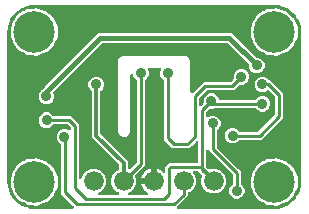
<source format=gbr>
G04 EAGLE Gerber RS-274X export*
G75*
%MOMM*%
%FSLAX34Y34*%
%LPD*%
%INBottom Copper*%
%IPPOS*%
%AMOC8*
5,1,8,0,0,1.08239X$1,22.5*%
G01*
%ADD10C,3.516000*%
%ADD11C,1.676400*%
%ADD12C,0.906400*%
%ADD13C,0.254000*%
%ADD14C,0.304800*%
%ADD15C,0.889000*%
%ADD16C,0.406400*%

G36*
X57807Y2558D02*
X57807Y2558D01*
X57946Y2571D01*
X57965Y2578D01*
X57985Y2581D01*
X58114Y2632D01*
X58245Y2679D01*
X58262Y2690D01*
X58280Y2698D01*
X58393Y2779D01*
X58508Y2857D01*
X58521Y2873D01*
X58538Y2884D01*
X58627Y2992D01*
X58719Y3096D01*
X58728Y3114D01*
X58741Y3129D01*
X58800Y3255D01*
X58863Y3379D01*
X58868Y3399D01*
X58876Y3417D01*
X58902Y3554D01*
X58933Y3689D01*
X58932Y3710D01*
X58936Y3729D01*
X58927Y3868D01*
X58923Y4007D01*
X58917Y4027D01*
X58916Y4047D01*
X58873Y4179D01*
X58835Y4313D01*
X58824Y4330D01*
X58818Y4349D01*
X58744Y4467D01*
X58673Y4587D01*
X58655Y4608D01*
X58648Y4618D01*
X58633Y4632D01*
X58567Y4708D01*
X57921Y5354D01*
X48005Y15269D01*
X48005Y56704D01*
X48002Y56733D01*
X48004Y56763D01*
X47982Y56891D01*
X47965Y57019D01*
X47955Y57047D01*
X47950Y57076D01*
X47896Y57195D01*
X47848Y57315D01*
X47831Y57339D01*
X47819Y57366D01*
X47738Y57467D01*
X47662Y57572D01*
X47639Y57591D01*
X47620Y57614D01*
X47517Y57692D01*
X47417Y57775D01*
X47390Y57788D01*
X47366Y57806D01*
X47222Y57877D01*
X47081Y57935D01*
X45235Y59781D01*
X44235Y62194D01*
X44235Y64806D01*
X45235Y67219D01*
X47081Y69065D01*
X49494Y70065D01*
X52106Y70065D01*
X54632Y69018D01*
X54680Y69005D01*
X54725Y68984D01*
X54833Y68963D01*
X54939Y68934D01*
X54989Y68933D01*
X55038Y68924D01*
X55147Y68931D01*
X55257Y68929D01*
X55305Y68941D01*
X55355Y68944D01*
X55459Y68978D01*
X55566Y69003D01*
X55610Y69027D01*
X55657Y69042D01*
X55750Y69101D01*
X55847Y69152D01*
X55884Y69185D01*
X55926Y69212D01*
X56001Y69292D01*
X56083Y69366D01*
X56110Y69407D01*
X56144Y69444D01*
X56197Y69540D01*
X56257Y69632D01*
X56274Y69679D01*
X56298Y69722D01*
X56325Y69828D01*
X56361Y69933D01*
X56365Y69982D01*
X56377Y70030D01*
X56387Y70191D01*
X56387Y71131D01*
X56375Y71229D01*
X56372Y71328D01*
X56355Y71387D01*
X56347Y71447D01*
X56311Y71539D01*
X56283Y71634D01*
X56253Y71686D01*
X56230Y71742D01*
X56172Y71822D01*
X56122Y71908D01*
X56056Y71983D01*
X56044Y72000D01*
X56034Y72008D01*
X56016Y72029D01*
X54023Y74022D01*
X53944Y74082D01*
X53872Y74150D01*
X53819Y74179D01*
X53771Y74217D01*
X53680Y74256D01*
X53594Y74304D01*
X53535Y74319D01*
X53480Y74343D01*
X53382Y74358D01*
X53286Y74383D01*
X53186Y74389D01*
X53165Y74393D01*
X53153Y74392D01*
X53125Y74393D01*
X42293Y74393D01*
X42195Y74381D01*
X42096Y74378D01*
X42038Y74361D01*
X41977Y74353D01*
X41885Y74317D01*
X41790Y74290D01*
X41738Y74259D01*
X41682Y74236D01*
X41602Y74178D01*
X41516Y74128D01*
X41441Y74062D01*
X41424Y74050D01*
X41417Y74040D01*
X41396Y74022D01*
X39505Y72131D01*
X37092Y71131D01*
X34480Y71131D01*
X32067Y72131D01*
X30221Y73977D01*
X29221Y76390D01*
X29221Y79002D01*
X30221Y81415D01*
X32067Y83261D01*
X34480Y84261D01*
X37092Y84261D01*
X39505Y83261D01*
X41396Y81371D01*
X41474Y81310D01*
X41546Y81242D01*
X41599Y81213D01*
X41647Y81176D01*
X41738Y81136D01*
X41824Y81088D01*
X41883Y81073D01*
X41939Y81049D01*
X42037Y81034D01*
X42132Y81009D01*
X42232Y81003D01*
X42253Y80999D01*
X42265Y81001D01*
X42293Y80999D01*
X56387Y80999D01*
X62993Y74393D01*
X62993Y29279D01*
X63001Y29210D01*
X63000Y29140D01*
X63021Y29052D01*
X63033Y28963D01*
X63058Y28898D01*
X63075Y28831D01*
X63117Y28751D01*
X63150Y28668D01*
X63191Y28611D01*
X63223Y28549D01*
X63284Y28483D01*
X63336Y28410D01*
X63390Y28366D01*
X63437Y28314D01*
X63512Y28265D01*
X63581Y28207D01*
X63645Y28178D01*
X63703Y28139D01*
X63788Y28110D01*
X63869Y28072D01*
X63938Y28059D01*
X64004Y28036D01*
X64093Y28029D01*
X64181Y28012D01*
X64251Y28016D01*
X64321Y28011D01*
X64409Y28026D01*
X64499Y28032D01*
X64565Y28053D01*
X64634Y28065D01*
X64716Y28102D01*
X64801Y28130D01*
X64860Y28167D01*
X64924Y28196D01*
X64994Y28252D01*
X65070Y28300D01*
X65118Y28351D01*
X65172Y28394D01*
X65227Y28466D01*
X65288Y28532D01*
X65322Y28593D01*
X65364Y28649D01*
X65435Y28793D01*
X66736Y31934D01*
X69666Y34864D01*
X73493Y36450D01*
X77637Y36450D01*
X81464Y34864D01*
X84394Y31934D01*
X85980Y28107D01*
X85980Y23963D01*
X84394Y20136D01*
X81464Y17206D01*
X80163Y16667D01*
X80102Y16632D01*
X80037Y16606D01*
X79965Y16554D01*
X79886Y16509D01*
X79836Y16461D01*
X79780Y16420D01*
X79723Y16350D01*
X79658Y16288D01*
X79622Y16228D01*
X79577Y16175D01*
X79539Y16093D01*
X79492Y16017D01*
X79471Y15950D01*
X79442Y15887D01*
X79425Y15799D01*
X79398Y15713D01*
X79395Y15643D01*
X79382Y15574D01*
X79387Y15485D01*
X79383Y15395D01*
X79397Y15327D01*
X79401Y15257D01*
X79429Y15172D01*
X79447Y15084D01*
X79478Y15021D01*
X79500Y14955D01*
X79548Y14879D01*
X79587Y14798D01*
X79632Y14745D01*
X79670Y14686D01*
X79735Y14624D01*
X79793Y14556D01*
X79850Y14516D01*
X79901Y14468D01*
X79980Y14425D01*
X80053Y14373D01*
X80119Y14348D01*
X80180Y14314D01*
X80267Y14292D01*
X80351Y14260D01*
X80420Y14252D01*
X80488Y14235D01*
X80648Y14225D01*
X95882Y14225D01*
X95951Y14233D01*
X96021Y14232D01*
X96108Y14253D01*
X96197Y14265D01*
X96262Y14290D01*
X96330Y14307D01*
X96409Y14349D01*
X96493Y14382D01*
X96549Y14423D01*
X96611Y14455D01*
X96678Y14516D01*
X96750Y14568D01*
X96795Y14622D01*
X96846Y14669D01*
X96896Y14744D01*
X96953Y14813D01*
X96983Y14877D01*
X97021Y14935D01*
X97050Y15020D01*
X97088Y15101D01*
X97102Y15170D01*
X97124Y15236D01*
X97131Y15325D01*
X97148Y15413D01*
X97144Y15483D01*
X97149Y15553D01*
X97134Y15641D01*
X97129Y15731D01*
X97107Y15797D01*
X97095Y15866D01*
X97058Y15948D01*
X97030Y16033D01*
X96993Y16092D01*
X96964Y16156D01*
X96908Y16226D01*
X96860Y16302D01*
X96809Y16350D01*
X96766Y16404D01*
X96694Y16459D01*
X96629Y16520D01*
X96568Y16554D01*
X96512Y16596D01*
X96367Y16667D01*
X95066Y17206D01*
X92136Y20136D01*
X90550Y23963D01*
X90550Y28107D01*
X92136Y31934D01*
X95066Y34864D01*
X96625Y35510D01*
X96650Y35525D01*
X96678Y35534D01*
X96788Y35603D01*
X96901Y35668D01*
X96922Y35688D01*
X96947Y35704D01*
X97036Y35799D01*
X97129Y35889D01*
X97145Y35914D01*
X97165Y35936D01*
X97228Y36049D01*
X97296Y36160D01*
X97304Y36188D01*
X97319Y36214D01*
X97351Y36340D01*
X97389Y36464D01*
X97391Y36493D01*
X97398Y36522D01*
X97408Y36683D01*
X97408Y39276D01*
X97396Y39374D01*
X97393Y39473D01*
X97376Y39531D01*
X97368Y39592D01*
X97332Y39684D01*
X97304Y39779D01*
X97274Y39831D01*
X97251Y39887D01*
X97193Y39967D01*
X97143Y40053D01*
X97077Y40128D01*
X97065Y40145D01*
X97055Y40152D01*
X97037Y40174D01*
X74099Y63111D01*
X74099Y101697D01*
X74087Y101795D01*
X74084Y101894D01*
X74067Y101952D01*
X74059Y102013D01*
X74023Y102105D01*
X73995Y102200D01*
X73965Y102252D01*
X73942Y102308D01*
X73884Y102388D01*
X73834Y102474D01*
X73768Y102549D01*
X73756Y102566D01*
X73746Y102573D01*
X73728Y102595D01*
X72091Y104231D01*
X71091Y106644D01*
X71091Y109256D01*
X72091Y111669D01*
X73937Y113515D01*
X76350Y114515D01*
X78962Y114515D01*
X81375Y113515D01*
X83221Y111669D01*
X84221Y109256D01*
X84221Y106644D01*
X83221Y104231D01*
X81584Y102595D01*
X81524Y102516D01*
X81456Y102444D01*
X81427Y102391D01*
X81390Y102343D01*
X81350Y102252D01*
X81302Y102166D01*
X81287Y102107D01*
X81263Y102051D01*
X81248Y101953D01*
X81223Y101858D01*
X81217Y101758D01*
X81213Y101737D01*
X81215Y101725D01*
X81213Y101697D01*
X81213Y66583D01*
X81225Y66485D01*
X81228Y66386D01*
X81245Y66328D01*
X81253Y66267D01*
X81289Y66175D01*
X81317Y66080D01*
X81347Y66028D01*
X81370Y65972D01*
X81428Y65892D01*
X81478Y65806D01*
X81544Y65731D01*
X81556Y65714D01*
X81566Y65707D01*
X81584Y65685D01*
X104522Y42748D01*
X104522Y37327D01*
X104539Y37189D01*
X104552Y37050D01*
X104559Y37031D01*
X104562Y37011D01*
X104613Y36882D01*
X104660Y36751D01*
X104671Y36734D01*
X104679Y36716D01*
X104760Y36603D01*
X104838Y36488D01*
X104854Y36475D01*
X104865Y36458D01*
X104973Y36369D01*
X105077Y36277D01*
X105095Y36268D01*
X105110Y36255D01*
X105236Y36196D01*
X105360Y36133D01*
X105380Y36128D01*
X105398Y36120D01*
X105534Y36094D01*
X105670Y36063D01*
X105691Y36064D01*
X105710Y36060D01*
X105849Y36069D01*
X105988Y36073D01*
X106008Y36079D01*
X106028Y36080D01*
X106160Y36123D01*
X106294Y36161D01*
X106311Y36172D01*
X106330Y36178D01*
X106448Y36252D01*
X106568Y36323D01*
X106589Y36341D01*
X106599Y36348D01*
X106613Y36363D01*
X106688Y36429D01*
X111896Y41636D01*
X111956Y41715D01*
X112024Y41787D01*
X112053Y41840D01*
X112090Y41888D01*
X112130Y41979D01*
X112178Y42065D01*
X112193Y42124D01*
X112217Y42179D01*
X112232Y42277D01*
X112257Y42373D01*
X112263Y42473D01*
X112267Y42494D01*
X112265Y42506D01*
X112267Y42534D01*
X112267Y110881D01*
X112255Y110979D01*
X112252Y111078D01*
X112235Y111136D01*
X112227Y111197D01*
X112191Y111289D01*
X112163Y111384D01*
X112133Y111436D01*
X112110Y111492D01*
X112052Y111572D01*
X112002Y111658D01*
X111936Y111733D01*
X111924Y111750D01*
X111914Y111757D01*
X111896Y111779D01*
X110005Y113669D01*
X109123Y115799D01*
X109088Y115860D01*
X109062Y115924D01*
X109010Y115997D01*
X108965Y116075D01*
X108916Y116125D01*
X108876Y116182D01*
X108806Y116239D01*
X108744Y116304D01*
X108684Y116340D01*
X108631Y116385D01*
X108549Y116423D01*
X108473Y116470D01*
X108406Y116490D01*
X108343Y116520D01*
X108255Y116537D01*
X108169Y116563D01*
X108099Y116567D01*
X108030Y116580D01*
X107941Y116574D01*
X107851Y116579D01*
X107783Y116564D01*
X107713Y116560D01*
X107628Y116532D01*
X107540Y116514D01*
X107477Y116484D01*
X107411Y116462D01*
X107335Y116414D01*
X107254Y116375D01*
X107201Y116329D01*
X107142Y116292D01*
X107080Y116227D01*
X107012Y116168D01*
X106972Y116111D01*
X106924Y116060D01*
X106881Y115982D01*
X106829Y115908D01*
X106804Y115843D01*
X106770Y115782D01*
X106748Y115695D01*
X106716Y115611D01*
X106708Y115541D01*
X106691Y115474D01*
X106681Y115313D01*
X106681Y67569D01*
X105907Y65702D01*
X104478Y64273D01*
X102611Y63499D01*
X100589Y63499D01*
X98722Y64273D01*
X97293Y65702D01*
X96519Y67569D01*
X96519Y128011D01*
X97293Y129878D01*
X98722Y131307D01*
X100589Y132081D01*
X153411Y132081D01*
X155278Y131307D01*
X156707Y129878D01*
X157481Y128011D01*
X157481Y101716D01*
X157498Y101578D01*
X157511Y101439D01*
X157518Y101420D01*
X157521Y101400D01*
X157572Y101271D01*
X157619Y101140D01*
X157630Y101123D01*
X157638Y101105D01*
X157719Y100992D01*
X157797Y100877D01*
X157813Y100864D01*
X157824Y100847D01*
X157932Y100758D01*
X158036Y100666D01*
X158054Y100657D01*
X158069Y100644D01*
X158195Y100585D01*
X158319Y100522D01*
X158339Y100517D01*
X158357Y100509D01*
X158493Y100483D01*
X158629Y100452D01*
X158650Y100453D01*
X158669Y100449D01*
X158808Y100458D01*
X158947Y100462D01*
X158967Y100468D01*
X158987Y100469D01*
X159119Y100512D01*
X159253Y100550D01*
X159270Y100561D01*
X159289Y100567D01*
X159407Y100641D01*
X159527Y100712D01*
X159548Y100730D01*
X159558Y100737D01*
X159572Y100752D01*
X159647Y100818D01*
X166506Y107676D01*
X168812Y109983D01*
X191146Y109983D01*
X191244Y109995D01*
X191343Y109998D01*
X191402Y110015D01*
X191462Y110023D01*
X191554Y110059D01*
X191649Y110087D01*
X191701Y110117D01*
X191757Y110140D01*
X191837Y110198D01*
X191923Y110248D01*
X191998Y110314D01*
X192015Y110326D01*
X192023Y110336D01*
X192044Y110354D01*
X193724Y112034D01*
X193784Y112113D01*
X193852Y112185D01*
X193881Y112238D01*
X193918Y112286D01*
X193958Y112377D01*
X194006Y112463D01*
X194021Y112522D01*
X194045Y112577D01*
X194060Y112675D01*
X194085Y112771D01*
X194091Y112871D01*
X194095Y112892D01*
X194093Y112904D01*
X194095Y112932D01*
X194095Y115606D01*
X195095Y118019D01*
X196941Y119865D01*
X199354Y120865D01*
X201966Y120865D01*
X204379Y119865D01*
X206225Y118019D01*
X207225Y115606D01*
X207225Y112994D01*
X206225Y110581D01*
X204379Y108735D01*
X201966Y107735D01*
X199292Y107735D01*
X199194Y107723D01*
X199095Y107720D01*
X199036Y107703D01*
X198976Y107695D01*
X198884Y107659D01*
X198789Y107631D01*
X198737Y107601D01*
X198681Y107578D01*
X198601Y107520D01*
X198515Y107470D01*
X198440Y107404D01*
X198423Y107392D01*
X198415Y107382D01*
X198394Y107364D01*
X194408Y103377D01*
X172074Y103377D01*
X171976Y103365D01*
X171877Y103362D01*
X171818Y103345D01*
X171758Y103337D01*
X171666Y103301D01*
X171571Y103273D01*
X171519Y103243D01*
X171463Y103220D01*
X171383Y103162D01*
X171297Y103112D01*
X171222Y103046D01*
X171205Y103034D01*
X171197Y103024D01*
X171176Y103006D01*
X164964Y96794D01*
X164904Y96715D01*
X164836Y96643D01*
X164807Y96590D01*
X164770Y96542D01*
X164730Y96451D01*
X164682Y96365D01*
X164667Y96306D01*
X164643Y96251D01*
X164628Y96153D01*
X164603Y96057D01*
X164597Y95957D01*
X164593Y95936D01*
X164595Y95924D01*
X164593Y95896D01*
X164593Y90858D01*
X164610Y90720D01*
X164623Y90581D01*
X164630Y90562D01*
X164633Y90542D01*
X164684Y90413D01*
X164731Y90282D01*
X164742Y90265D01*
X164750Y90247D01*
X164831Y90134D01*
X164909Y90019D01*
X164925Y90006D01*
X164936Y89989D01*
X165044Y89900D01*
X165148Y89808D01*
X165166Y89799D01*
X165181Y89786D01*
X165307Y89727D01*
X165431Y89664D01*
X165451Y89659D01*
X165469Y89651D01*
X165605Y89625D01*
X165741Y89594D01*
X165762Y89595D01*
X165781Y89591D01*
X165920Y89600D01*
X166059Y89604D01*
X166079Y89610D01*
X166099Y89611D01*
X166231Y89654D01*
X166365Y89692D01*
X166382Y89703D01*
X166401Y89709D01*
X166519Y89783D01*
X166639Y89854D01*
X166660Y89872D01*
X166670Y89879D01*
X166684Y89894D01*
X166759Y89960D01*
X168324Y91524D01*
X168384Y91603D01*
X168452Y91675D01*
X168481Y91728D01*
X168518Y91776D01*
X168558Y91867D01*
X168606Y91953D01*
X168621Y92012D01*
X168645Y92067D01*
X168660Y92165D01*
X168685Y92261D01*
X168691Y92361D01*
X168695Y92381D01*
X168693Y92394D01*
X168695Y92422D01*
X168695Y95096D01*
X169695Y97509D01*
X171541Y99355D01*
X173954Y100355D01*
X176566Y100355D01*
X178979Y99355D01*
X180825Y97509D01*
X181646Y95526D01*
X181661Y95501D01*
X181670Y95473D01*
X181740Y95363D01*
X181804Y95250D01*
X181824Y95229D01*
X181840Y95204D01*
X181935Y95115D01*
X182025Y95022D01*
X182050Y95006D01*
X182072Y94986D01*
X182186Y94923D01*
X182296Y94855D01*
X182325Y94847D01*
X182350Y94832D01*
X182476Y94800D01*
X182600Y94762D01*
X182630Y94760D01*
X182658Y94753D01*
X182819Y94743D01*
X211933Y94743D01*
X212031Y94755D01*
X212130Y94758D01*
X212188Y94775D01*
X212249Y94783D01*
X212341Y94819D01*
X212436Y94847D01*
X212488Y94877D01*
X212544Y94900D01*
X212624Y94958D01*
X212710Y95008D01*
X212785Y95074D01*
X212802Y95086D01*
X212809Y95096D01*
X212831Y95114D01*
X214721Y97005D01*
X217134Y98005D01*
X219746Y98005D01*
X222159Y97005D01*
X224005Y95159D01*
X225005Y92746D01*
X225005Y90134D01*
X224005Y87721D01*
X222159Y85875D01*
X219746Y84875D01*
X217134Y84875D01*
X214721Y85875D01*
X212831Y87766D01*
X212752Y87826D01*
X212680Y87894D01*
X212627Y87923D01*
X212579Y87960D01*
X212488Y88000D01*
X212402Y88048D01*
X212343Y88063D01*
X212287Y88087D01*
X212189Y88102D01*
X212094Y88127D01*
X211994Y88133D01*
X211973Y88137D01*
X211961Y88135D01*
X211933Y88137D01*
X179020Y88137D01*
X179011Y88136D01*
X179002Y88137D01*
X178853Y88116D01*
X178705Y88097D01*
X178696Y88094D01*
X178687Y88093D01*
X178534Y88041D01*
X176566Y87225D01*
X173892Y87225D01*
X173794Y87213D01*
X173695Y87210D01*
X173636Y87193D01*
X173576Y87185D01*
X173484Y87149D01*
X173389Y87121D01*
X173337Y87091D01*
X173281Y87068D01*
X173200Y87010D01*
X173115Y86960D01*
X173040Y86894D01*
X173023Y86882D01*
X173015Y86872D01*
X172994Y86854D01*
X171124Y84984D01*
X171064Y84905D01*
X170996Y84833D01*
X170967Y84780D01*
X170930Y84732D01*
X170890Y84641D01*
X170842Y84555D01*
X170827Y84496D01*
X170803Y84441D01*
X170788Y84343D01*
X170763Y84247D01*
X170757Y84147D01*
X170753Y84126D01*
X170755Y84114D01*
X170753Y84086D01*
X170753Y81501D01*
X170770Y81363D01*
X170783Y81224D01*
X170790Y81205D01*
X170793Y81185D01*
X170844Y81056D01*
X170891Y80925D01*
X170902Y80908D01*
X170910Y80890D01*
X170991Y80777D01*
X171070Y80662D01*
X171085Y80649D01*
X171096Y80632D01*
X171204Y80544D01*
X171308Y80451D01*
X171326Y80442D01*
X171341Y80430D01*
X171467Y80370D01*
X171591Y80307D01*
X171611Y80303D01*
X171629Y80294D01*
X171765Y80268D01*
X171902Y80237D01*
X171922Y80238D01*
X171941Y80234D01*
X172080Y80243D01*
X172219Y80247D01*
X172239Y80253D01*
X172259Y80254D01*
X172391Y80297D01*
X172525Y80336D01*
X172542Y80346D01*
X172561Y80352D01*
X172679Y80426D01*
X172759Y80474D01*
X175224Y81495D01*
X177836Y81495D01*
X180249Y80495D01*
X182095Y78649D01*
X183095Y76236D01*
X183095Y73624D01*
X182095Y71211D01*
X180204Y69321D01*
X180144Y69242D01*
X180076Y69170D01*
X180047Y69117D01*
X180010Y69069D01*
X179970Y68978D01*
X179922Y68892D01*
X179907Y68833D01*
X179883Y68777D01*
X179868Y68679D01*
X179843Y68584D01*
X179837Y68484D01*
X179833Y68463D01*
X179835Y68451D01*
X179833Y68423D01*
X179833Y55234D01*
X179845Y55136D01*
X179848Y55037D01*
X179865Y54978D01*
X179873Y54918D01*
X179909Y54826D01*
X179937Y54731D01*
X179967Y54679D01*
X179990Y54623D01*
X180048Y54543D01*
X180098Y54457D01*
X180164Y54382D01*
X180176Y54365D01*
X180186Y54357D01*
X180204Y54336D01*
X197846Y36694D01*
X200153Y34388D01*
X200153Y24164D01*
X200165Y24066D01*
X200168Y23967D01*
X200185Y23908D01*
X200193Y23848D01*
X200229Y23756D01*
X200257Y23661D01*
X200287Y23609D01*
X200310Y23553D01*
X200368Y23472D01*
X200418Y23387D01*
X200484Y23312D01*
X200496Y23295D01*
X200506Y23288D01*
X200524Y23266D01*
X202342Y21449D01*
X203328Y19069D01*
X203328Y16491D01*
X202342Y14111D01*
X200519Y12288D01*
X198139Y11302D01*
X195561Y11302D01*
X193181Y12288D01*
X191358Y14111D01*
X190372Y16491D01*
X190372Y19069D01*
X191358Y21449D01*
X193176Y23266D01*
X193236Y23345D01*
X193304Y23417D01*
X193333Y23470D01*
X193370Y23518D01*
X193410Y23609D01*
X193458Y23695D01*
X193473Y23754D01*
X193497Y23810D01*
X193512Y23907D01*
X193537Y24003D01*
X193543Y24103D01*
X193547Y24124D01*
X193545Y24136D01*
X193547Y24164D01*
X193547Y31126D01*
X193535Y31224D01*
X193532Y31323D01*
X193515Y31382D01*
X193507Y31442D01*
X193471Y31534D01*
X193443Y31629D01*
X193413Y31681D01*
X193390Y31737D01*
X193332Y31817D01*
X193282Y31903D01*
X193216Y31978D01*
X193204Y31995D01*
X193194Y32003D01*
X193176Y32024D01*
X175534Y49666D01*
X172919Y52280D01*
X172810Y52365D01*
X172703Y52454D01*
X172684Y52462D01*
X172668Y52475D01*
X172540Y52530D01*
X172415Y52589D01*
X172395Y52593D01*
X172376Y52601D01*
X172238Y52623D01*
X172102Y52649D01*
X172082Y52648D01*
X172062Y52651D01*
X171923Y52638D01*
X171785Y52629D01*
X171766Y52623D01*
X171746Y52621D01*
X171614Y52574D01*
X171483Y52531D01*
X171465Y52520D01*
X171446Y52513D01*
X171331Y52435D01*
X171214Y52361D01*
X171200Y52346D01*
X171183Y52335D01*
X171091Y52231D01*
X170996Y52129D01*
X170986Y52112D01*
X170973Y52096D01*
X170909Y51972D01*
X170842Y51851D01*
X170837Y51831D01*
X170828Y51813D01*
X170798Y51677D01*
X170763Y51543D01*
X170761Y51515D01*
X170758Y51503D01*
X170759Y51482D01*
X170753Y51382D01*
X170753Y38914D01*
X170765Y38816D01*
X170768Y38717D01*
X170785Y38658D01*
X170793Y38598D01*
X170829Y38506D01*
X170857Y38411D01*
X170887Y38359D01*
X170910Y38303D01*
X170968Y38223D01*
X171018Y38137D01*
X171084Y38062D01*
X171096Y38045D01*
X171106Y38037D01*
X171124Y38016D01*
X172795Y36346D01*
X172818Y36328D01*
X172837Y36305D01*
X172944Y36231D01*
X173046Y36151D01*
X173073Y36139D01*
X173097Y36122D01*
X173219Y36076D01*
X173338Y36025D01*
X173367Y36020D01*
X173395Y36009D01*
X173524Y35995D01*
X173652Y35975D01*
X173682Y35977D01*
X173711Y35974D01*
X173839Y35992D01*
X173969Y36004D01*
X173997Y36014D01*
X174026Y36019D01*
X174178Y36071D01*
X175093Y36450D01*
X179237Y36450D01*
X183064Y34864D01*
X185994Y31934D01*
X187580Y28107D01*
X187580Y23963D01*
X185994Y20136D01*
X183064Y17206D01*
X179237Y15620D01*
X175093Y15620D01*
X171266Y17206D01*
X168336Y20136D01*
X166750Y23963D01*
X166750Y28107D01*
X167501Y29920D01*
X167509Y29948D01*
X167523Y29975D01*
X167551Y30101D01*
X167585Y30227D01*
X167586Y30256D01*
X167592Y30285D01*
X167588Y30415D01*
X167590Y30545D01*
X167583Y30573D01*
X167583Y30603D01*
X167546Y30727D01*
X167516Y30854D01*
X167502Y30880D01*
X167494Y30908D01*
X167428Y31020D01*
X167367Y31135D01*
X167348Y31157D01*
X167333Y31182D01*
X167226Y31303D01*
X164104Y34426D01*
X164025Y34486D01*
X163953Y34554D01*
X163900Y34583D01*
X163852Y34620D01*
X163761Y34660D01*
X163675Y34708D01*
X163616Y34723D01*
X163561Y34747D01*
X163463Y34762D01*
X163367Y34787D01*
X163267Y34793D01*
X163246Y34797D01*
X163234Y34795D01*
X163206Y34797D01*
X160796Y34797D01*
X160658Y34780D01*
X160519Y34767D01*
X160500Y34760D01*
X160480Y34757D01*
X160351Y34706D01*
X160220Y34659D01*
X160203Y34648D01*
X160184Y34640D01*
X160072Y34559D01*
X159957Y34481D01*
X159943Y34465D01*
X159927Y34454D01*
X159838Y34346D01*
X159746Y34242D01*
X159737Y34224D01*
X159724Y34209D01*
X159665Y34083D01*
X159602Y33959D01*
X159597Y33939D01*
X159589Y33921D01*
X159563Y33784D01*
X159532Y33649D01*
X159533Y33628D01*
X159529Y33609D01*
X159538Y33470D01*
X159542Y33331D01*
X159547Y33311D01*
X159549Y33291D01*
X159591Y33159D01*
X159630Y33025D01*
X159640Y33008D01*
X159647Y32989D01*
X159721Y32871D01*
X159792Y32751D01*
X159810Y32730D01*
X159817Y32720D01*
X159832Y32706D01*
X159898Y32631D01*
X160594Y31934D01*
X162180Y28107D01*
X162180Y23963D01*
X160594Y20136D01*
X157664Y17206D01*
X155851Y16455D01*
X155826Y16440D01*
X155798Y16431D01*
X155688Y16362D01*
X155575Y16297D01*
X155554Y16277D01*
X155529Y16261D01*
X155440Y16166D01*
X155347Y16076D01*
X155331Y16051D01*
X155311Y16029D01*
X155248Y15915D01*
X155180Y15805D01*
X155172Y15777D01*
X155157Y15751D01*
X155125Y15625D01*
X155087Y15501D01*
X155085Y15471D01*
X155078Y15443D01*
X155068Y15282D01*
X155068Y13237D01*
X146538Y4707D01*
X146453Y4598D01*
X146364Y4491D01*
X146356Y4472D01*
X146343Y4456D01*
X146288Y4328D01*
X146229Y4203D01*
X146225Y4183D01*
X146217Y4164D01*
X146195Y4026D01*
X146169Y3890D01*
X146170Y3870D01*
X146167Y3850D01*
X146180Y3711D01*
X146189Y3573D01*
X146195Y3554D01*
X146197Y3534D01*
X146244Y3402D01*
X146287Y3271D01*
X146298Y3253D01*
X146305Y3234D01*
X146383Y3119D01*
X146457Y3002D01*
X146472Y2988D01*
X146483Y2971D01*
X146587Y2879D01*
X146689Y2784D01*
X146706Y2774D01*
X146722Y2761D01*
X146846Y2697D01*
X146967Y2630D01*
X146987Y2625D01*
X147005Y2616D01*
X147141Y2586D01*
X147275Y2551D01*
X147303Y2549D01*
X147315Y2546D01*
X147336Y2547D01*
X147436Y2541D01*
X228600Y2541D01*
X228622Y2543D01*
X228700Y2545D01*
X232077Y2810D01*
X232145Y2824D01*
X232214Y2829D01*
X232370Y2869D01*
X238794Y4956D01*
X238901Y5006D01*
X239012Y5050D01*
X239063Y5083D01*
X239082Y5091D01*
X239097Y5104D01*
X239148Y5136D01*
X244612Y9107D01*
X244699Y9188D01*
X244746Y9227D01*
X244752Y9231D01*
X244753Y9233D01*
X244791Y9264D01*
X244829Y9310D01*
X244844Y9324D01*
X244855Y9341D01*
X244893Y9387D01*
X246586Y11717D01*
X246599Y11741D01*
X246616Y11761D01*
X246675Y11879D01*
X246739Y11996D01*
X246746Y12022D01*
X246758Y12046D01*
X246785Y12174D01*
X246799Y12185D01*
X246823Y12196D01*
X246925Y12281D01*
X247031Y12361D01*
X247048Y12382D01*
X247068Y12398D01*
X247171Y12522D01*
X248864Y14852D01*
X248921Y14956D01*
X248985Y15056D01*
X249007Y15113D01*
X249017Y15131D01*
X249022Y15151D01*
X249044Y15206D01*
X251131Y21630D01*
X251144Y21698D01*
X251167Y21764D01*
X251190Y21923D01*
X251455Y25300D01*
X251455Y25304D01*
X251456Y25307D01*
X251455Y25326D01*
X251459Y25400D01*
X251459Y152400D01*
X251457Y152422D01*
X251455Y152500D01*
X251190Y155877D01*
X251176Y155945D01*
X251171Y156014D01*
X251131Y156170D01*
X249044Y162594D01*
X248993Y162701D01*
X248950Y162812D01*
X248917Y162863D01*
X248909Y162882D01*
X248896Y162897D01*
X248864Y162948D01*
X247171Y165278D01*
X247153Y165297D01*
X247139Y165320D01*
X247044Y165413D01*
X246953Y165509D01*
X246931Y165524D01*
X246912Y165542D01*
X246798Y165608D01*
X246792Y165624D01*
X246789Y165651D01*
X246740Y165775D01*
X246697Y165900D01*
X246682Y165922D01*
X246672Y165947D01*
X246586Y166083D01*
X244893Y168412D01*
X244812Y168499D01*
X244736Y168591D01*
X244690Y168629D01*
X244676Y168644D01*
X244658Y168655D01*
X244612Y168693D01*
X239148Y172664D01*
X239044Y172721D01*
X238944Y172785D01*
X238887Y172807D01*
X238869Y172817D01*
X238849Y172822D01*
X238794Y172844D01*
X232370Y174931D01*
X232302Y174944D01*
X232236Y174967D01*
X232077Y174990D01*
X228700Y175255D01*
X228678Y175254D01*
X228600Y175259D01*
X25400Y175259D01*
X25378Y175257D01*
X25300Y175255D01*
X21923Y174990D01*
X21855Y174976D01*
X21786Y174971D01*
X21630Y174931D01*
X18892Y174041D01*
X18867Y174030D01*
X18841Y174024D01*
X18724Y173963D01*
X18604Y173906D01*
X18583Y173889D01*
X18560Y173877D01*
X18462Y173789D01*
X18445Y173788D01*
X18418Y173793D01*
X18286Y173785D01*
X18153Y173783D01*
X18128Y173775D01*
X18101Y173774D01*
X17945Y173734D01*
X15206Y172844D01*
X15099Y172793D01*
X14988Y172750D01*
X14937Y172717D01*
X14918Y172709D01*
X14903Y172696D01*
X14852Y172664D01*
X9388Y168693D01*
X9301Y168612D01*
X9209Y168536D01*
X9171Y168490D01*
X9156Y168476D01*
X9145Y168458D01*
X9107Y168412D01*
X5136Y162948D01*
X5079Y162844D01*
X5015Y162744D01*
X4993Y162687D01*
X4983Y162669D01*
X4978Y162649D01*
X4956Y162594D01*
X2869Y156170D01*
X2856Y156102D01*
X2833Y156036D01*
X2810Y155877D01*
X2545Y152500D01*
X2546Y152478D01*
X2541Y152400D01*
X2541Y25400D01*
X2543Y25378D01*
X2545Y25300D01*
X2810Y21923D01*
X2824Y21855D01*
X2829Y21786D01*
X2869Y21630D01*
X4956Y15206D01*
X5006Y15099D01*
X5050Y14988D01*
X5083Y14937D01*
X5091Y14918D01*
X5104Y14903D01*
X5136Y14852D01*
X9107Y9388D01*
X9127Y9366D01*
X9138Y9348D01*
X9184Y9305D01*
X9188Y9301D01*
X9264Y9209D01*
X9310Y9171D01*
X9324Y9156D01*
X9342Y9145D01*
X9388Y9107D01*
X14852Y5136D01*
X14956Y5079D01*
X15056Y5015D01*
X15113Y4993D01*
X15131Y4983D01*
X15151Y4978D01*
X15206Y4956D01*
X17945Y4066D01*
X17971Y4061D01*
X17996Y4051D01*
X18127Y4031D01*
X18257Y4006D01*
X18284Y4008D01*
X18310Y4004D01*
X18441Y4018D01*
X18455Y4008D01*
X18474Y3989D01*
X18585Y3917D01*
X18694Y3842D01*
X18719Y3832D01*
X18742Y3818D01*
X18891Y3759D01*
X21630Y2869D01*
X21698Y2856D01*
X21764Y2833D01*
X21923Y2810D01*
X25300Y2545D01*
X25322Y2546D01*
X25400Y2541D01*
X57669Y2541D01*
X57807Y2558D01*
G37*
G36*
X120218Y14227D02*
X120218Y14227D01*
X120238Y14225D01*
X120375Y14247D01*
X120513Y14265D01*
X120532Y14272D01*
X120552Y14275D01*
X120680Y14331D01*
X120809Y14382D01*
X120825Y14393D01*
X120844Y14401D01*
X120954Y14487D01*
X121066Y14568D01*
X121079Y14584D01*
X121095Y14596D01*
X121180Y14706D01*
X121269Y14813D01*
X121278Y14831D01*
X121290Y14847D01*
X121345Y14975D01*
X121405Y15101D01*
X121408Y15121D01*
X121416Y15139D01*
X121438Y15277D01*
X121465Y15413D01*
X121463Y15433D01*
X121466Y15453D01*
X121453Y15592D01*
X121445Y15731D01*
X121439Y15750D01*
X121437Y15770D01*
X121390Y15901D01*
X121347Y16033D01*
X121336Y16050D01*
X121329Y16069D01*
X121251Y16184D01*
X121177Y16302D01*
X121162Y16316D01*
X121151Y16332D01*
X121047Y16424D01*
X120945Y16520D01*
X120927Y16530D01*
X120912Y16543D01*
X120774Y16625D01*
X120640Y16693D01*
X119249Y17704D01*
X118034Y18919D01*
X117023Y20310D01*
X116242Y21842D01*
X115711Y23477D01*
X115702Y23536D01*
X125135Y23536D01*
X125253Y23551D01*
X125372Y23558D01*
X125410Y23570D01*
X125450Y23576D01*
X125561Y23619D01*
X125674Y23656D01*
X125708Y23678D01*
X125746Y23693D01*
X125842Y23762D01*
X125943Y23826D01*
X125971Y23856D01*
X126003Y23879D01*
X126079Y23971D01*
X126161Y24058D01*
X126180Y24093D01*
X126206Y24124D01*
X126257Y24232D01*
X126314Y24336D01*
X126324Y24376D01*
X126342Y24412D01*
X126364Y24529D01*
X126394Y24644D01*
X126398Y24704D01*
X126401Y24724D01*
X126400Y24745D01*
X126404Y24805D01*
X126404Y25996D01*
X127595Y25996D01*
X127713Y26011D01*
X127832Y26018D01*
X127870Y26031D01*
X127911Y26036D01*
X128021Y26080D01*
X128134Y26116D01*
X128169Y26138D01*
X128206Y26153D01*
X128302Y26223D01*
X128403Y26286D01*
X128431Y26316D01*
X128464Y26340D01*
X128540Y26431D01*
X128621Y26518D01*
X128641Y26553D01*
X128666Y26585D01*
X128717Y26692D01*
X128775Y26797D01*
X128785Y26836D01*
X128802Y26872D01*
X128824Y26989D01*
X128854Y27105D01*
X128858Y27165D01*
X128862Y27185D01*
X128860Y27205D01*
X128864Y27265D01*
X128864Y36698D01*
X128923Y36689D01*
X130558Y36158D01*
X132090Y35377D01*
X133481Y34366D01*
X134231Y33617D01*
X134340Y33532D01*
X134447Y33443D01*
X134466Y33434D01*
X134482Y33422D01*
X134610Y33366D01*
X134735Y33307D01*
X134755Y33303D01*
X134774Y33295D01*
X134912Y33273D01*
X135048Y33247D01*
X135068Y33249D01*
X135088Y33245D01*
X135227Y33258D01*
X135365Y33267D01*
X135384Y33273D01*
X135404Y33275D01*
X135535Y33322D01*
X135667Y33365D01*
X135685Y33376D01*
X135704Y33383D01*
X135818Y33461D01*
X135936Y33535D01*
X135950Y33550D01*
X135967Y33561D01*
X136059Y33665D01*
X136154Y33767D01*
X136164Y33785D01*
X136177Y33800D01*
X136240Y33924D01*
X136308Y34045D01*
X136313Y34065D01*
X136322Y34083D01*
X136352Y34219D01*
X136387Y34353D01*
X136389Y34381D01*
X136392Y34393D01*
X136391Y34414D01*
X136397Y34514D01*
X136397Y38198D01*
X139602Y41403D01*
X162878Y41403D01*
X162996Y41418D01*
X163115Y41425D01*
X163153Y41438D01*
X163194Y41443D01*
X163304Y41486D01*
X163417Y41523D01*
X163452Y41545D01*
X163489Y41560D01*
X163585Y41629D01*
X163686Y41693D01*
X163714Y41723D01*
X163747Y41746D01*
X163823Y41838D01*
X163904Y41925D01*
X163924Y41960D01*
X163949Y41991D01*
X164000Y42099D01*
X164058Y42203D01*
X164068Y42243D01*
X164085Y42279D01*
X164107Y42396D01*
X164137Y42511D01*
X164141Y42571D01*
X164145Y42591D01*
X164143Y42612D01*
X164147Y42672D01*
X164147Y58532D01*
X164130Y58669D01*
X164117Y58808D01*
X164110Y58827D01*
X164107Y58847D01*
X164056Y58976D01*
X164009Y59108D01*
X163998Y59124D01*
X163990Y59143D01*
X163909Y59256D01*
X163831Y59371D01*
X163815Y59384D01*
X163804Y59401D01*
X163696Y59489D01*
X163592Y59581D01*
X163574Y59590D01*
X163559Y59603D01*
X163433Y59663D01*
X163309Y59726D01*
X163289Y59730D01*
X163271Y59739D01*
X163135Y59765D01*
X162999Y59795D01*
X162978Y59795D01*
X162959Y59799D01*
X162820Y59790D01*
X162681Y59786D01*
X162661Y59780D01*
X162641Y59779D01*
X162509Y59736D01*
X162375Y59697D01*
X162358Y59687D01*
X162339Y59681D01*
X162221Y59606D01*
X162101Y59536D01*
X162080Y59517D01*
X162070Y59511D01*
X162056Y59496D01*
X161981Y59429D01*
X158705Y56154D01*
X156398Y53847D01*
X142142Y53847D01*
X135127Y60862D01*
X135127Y110881D01*
X135115Y110979D01*
X135112Y111078D01*
X135095Y111136D01*
X135087Y111197D01*
X135051Y111289D01*
X135023Y111384D01*
X134993Y111436D01*
X134970Y111492D01*
X134912Y111572D01*
X134862Y111658D01*
X134796Y111733D01*
X134784Y111750D01*
X134774Y111757D01*
X134756Y111779D01*
X132865Y113669D01*
X131865Y116082D01*
X131865Y118694D01*
X132474Y120164D01*
X132487Y120212D01*
X132509Y120257D01*
X132529Y120365D01*
X132558Y120471D01*
X132559Y120521D01*
X132568Y120570D01*
X132562Y120679D01*
X132563Y120789D01*
X132552Y120837D01*
X132549Y120887D01*
X132515Y120991D01*
X132489Y121098D01*
X132466Y121142D01*
X132451Y121189D01*
X132392Y121282D01*
X132340Y121379D01*
X132307Y121416D01*
X132280Y121458D01*
X132200Y121533D01*
X132127Y121615D01*
X132085Y121642D01*
X132049Y121676D01*
X131953Y121729D01*
X131861Y121789D01*
X131814Y121806D01*
X131770Y121830D01*
X131664Y121857D01*
X131560Y121893D01*
X131510Y121897D01*
X131462Y121909D01*
X131302Y121919D01*
X122698Y121919D01*
X122649Y121913D01*
X122599Y121915D01*
X122492Y121893D01*
X122383Y121879D01*
X122336Y121861D01*
X122288Y121851D01*
X122189Y121803D01*
X122087Y121762D01*
X122047Y121733D01*
X122002Y121711D01*
X121919Y121640D01*
X121830Y121576D01*
X121798Y121537D01*
X121760Y121505D01*
X121697Y121415D01*
X121627Y121331D01*
X121606Y121286D01*
X121577Y121245D01*
X121538Y121142D01*
X121491Y121043D01*
X121482Y120994D01*
X121464Y120948D01*
X121452Y120838D01*
X121432Y120731D01*
X121435Y120681D01*
X121429Y120632D01*
X121445Y120523D01*
X121451Y120413D01*
X121467Y120366D01*
X121474Y120317D01*
X121526Y120164D01*
X122135Y118694D01*
X122135Y116082D01*
X121135Y113669D01*
X119244Y111779D01*
X119184Y111700D01*
X119116Y111628D01*
X119087Y111575D01*
X119050Y111527D01*
X119010Y111436D01*
X118962Y111350D01*
X118947Y111291D01*
X118923Y111235D01*
X118908Y111137D01*
X118883Y111042D01*
X118877Y110942D01*
X118873Y110921D01*
X118875Y110909D01*
X118873Y110881D01*
X118873Y39272D01*
X116566Y36966D01*
X110904Y31303D01*
X110886Y31280D01*
X110863Y31261D01*
X110789Y31155D01*
X110709Y31052D01*
X110697Y31025D01*
X110680Y31001D01*
X110634Y30879D01*
X110583Y30760D01*
X110578Y30731D01*
X110567Y30703D01*
X110553Y30574D01*
X110533Y30446D01*
X110535Y30416D01*
X110532Y30387D01*
X110550Y30259D01*
X110562Y30129D01*
X110572Y30101D01*
X110577Y30072D01*
X110629Y29920D01*
X111380Y28107D01*
X111380Y23963D01*
X109794Y20136D01*
X106864Y17206D01*
X105563Y16667D01*
X105502Y16632D01*
X105437Y16606D01*
X105365Y16554D01*
X105286Y16509D01*
X105236Y16461D01*
X105180Y16420D01*
X105123Y16350D01*
X105058Y16288D01*
X105022Y16228D01*
X104977Y16175D01*
X104939Y16093D01*
X104892Y16017D01*
X104871Y15950D01*
X104842Y15887D01*
X104825Y15799D01*
X104798Y15713D01*
X104795Y15643D01*
X104782Y15574D01*
X104787Y15485D01*
X104783Y15395D01*
X104797Y15327D01*
X104801Y15257D01*
X104829Y15172D01*
X104847Y15084D01*
X104878Y15021D01*
X104900Y14955D01*
X104948Y14879D01*
X104987Y14798D01*
X105032Y14745D01*
X105070Y14686D01*
X105135Y14624D01*
X105193Y14556D01*
X105250Y14516D01*
X105301Y14468D01*
X105380Y14425D01*
X105453Y14373D01*
X105519Y14348D01*
X105580Y14314D01*
X105667Y14292D01*
X105751Y14260D01*
X105820Y14252D01*
X105888Y14235D01*
X106048Y14225D01*
X120198Y14225D01*
X120218Y14227D01*
G37*
%LPC*%
G36*
X34254Y91225D02*
X34254Y91225D01*
X31841Y92225D01*
X29995Y94071D01*
X28995Y96484D01*
X28995Y99096D01*
X29995Y101509D01*
X31124Y102637D01*
X31184Y102716D01*
X31252Y102788D01*
X31281Y102841D01*
X31318Y102889D01*
X31358Y102980D01*
X31406Y103066D01*
X31421Y103125D01*
X31445Y103181D01*
X31455Y103243D01*
X34248Y106036D01*
X76844Y148632D01*
X79596Y151385D01*
X192184Y151385D01*
X194936Y148632D01*
X212562Y131006D01*
X212640Y130946D01*
X212712Y130878D01*
X212765Y130849D01*
X212813Y130812D01*
X212904Y130772D01*
X212991Y130724D01*
X213049Y130709D01*
X213105Y130685D01*
X213203Y130670D01*
X213299Y130645D01*
X213399Y130639D01*
X213419Y130635D01*
X213431Y130637D01*
X213459Y130635D01*
X215056Y130635D01*
X217469Y129635D01*
X219315Y127789D01*
X220315Y125376D01*
X220315Y122764D01*
X219315Y120351D01*
X217469Y118505D01*
X215056Y117505D01*
X212444Y117505D01*
X210031Y118505D01*
X208185Y120351D01*
X207185Y122764D01*
X207185Y124361D01*
X207173Y124459D01*
X207170Y124558D01*
X207153Y124616D01*
X207145Y124676D01*
X207109Y124768D01*
X207081Y124863D01*
X207051Y124915D01*
X207028Y124972D01*
X206970Y125052D01*
X206920Y125137D01*
X206854Y125213D01*
X206842Y125229D01*
X206832Y125237D01*
X206814Y125258D01*
X189188Y142884D01*
X189110Y142944D01*
X189038Y143012D01*
X188985Y143041D01*
X188937Y143078D01*
X188846Y143118D01*
X188759Y143166D01*
X188701Y143181D01*
X188645Y143205D01*
X188547Y143220D01*
X188451Y143245D01*
X188351Y143251D01*
X188331Y143255D01*
X188319Y143253D01*
X188291Y143255D01*
X83489Y143255D01*
X83391Y143243D01*
X83292Y143240D01*
X83234Y143223D01*
X83174Y143215D01*
X83082Y143179D01*
X82987Y143151D01*
X82934Y143121D01*
X82878Y143098D01*
X82798Y143040D01*
X82713Y142990D01*
X82637Y142924D01*
X82621Y142912D01*
X82613Y142902D01*
X82592Y142884D01*
X41752Y102043D01*
X41734Y102020D01*
X41711Y102001D01*
X41637Y101895D01*
X41557Y101792D01*
X41545Y101765D01*
X41528Y101741D01*
X41482Y101620D01*
X41431Y101500D01*
X41426Y101471D01*
X41415Y101444D01*
X41401Y101315D01*
X41381Y101186D01*
X41383Y101157D01*
X41380Y101127D01*
X41398Y100999D01*
X41411Y100870D01*
X41421Y100842D01*
X41425Y100813D01*
X41477Y100660D01*
X42125Y99096D01*
X42125Y96484D01*
X41125Y94071D01*
X39279Y92225D01*
X36866Y91225D01*
X34254Y91225D01*
G37*
%LPD*%
%LPC*%
G36*
X226876Y5780D02*
X226876Y5780D01*
X226858Y5780D01*
X226743Y5787D01*
X224699Y5787D01*
X224151Y6014D01*
X224052Y6041D01*
X223957Y6077D01*
X223865Y6092D01*
X223844Y6098D01*
X223831Y6098D01*
X223798Y6104D01*
X222379Y6253D01*
X219415Y7964D01*
X219413Y7965D01*
X219410Y7967D01*
X219266Y8038D01*
X217490Y8773D01*
X216893Y9370D01*
X216826Y9422D01*
X216765Y9483D01*
X216651Y9558D01*
X216642Y9565D01*
X216638Y9567D01*
X216631Y9572D01*
X215129Y10439D01*
X213339Y12903D01*
X213326Y12917D01*
X213316Y12933D01*
X213209Y13054D01*
X211973Y14290D01*
X211557Y15296D01*
X211522Y15356D01*
X211497Y15420D01*
X211411Y15556D01*
X210208Y17211D01*
X209647Y19849D01*
X209636Y19883D01*
X209631Y19919D01*
X209579Y20071D01*
X208987Y21499D01*
X208987Y22822D01*
X208981Y22874D01*
X208983Y22926D01*
X208960Y23086D01*
X208468Y25400D01*
X208960Y27714D01*
X208964Y27767D01*
X208977Y27817D01*
X208987Y27978D01*
X208987Y29301D01*
X209579Y30729D01*
X209588Y30763D01*
X209604Y30795D01*
X209647Y30951D01*
X210208Y33589D01*
X211411Y35244D01*
X211444Y35305D01*
X211486Y35360D01*
X211557Y35504D01*
X211973Y36510D01*
X213209Y37746D01*
X213221Y37761D01*
X213236Y37773D01*
X213339Y37897D01*
X215129Y40361D01*
X216631Y41228D01*
X216699Y41280D01*
X216773Y41324D01*
X216875Y41414D01*
X216884Y41421D01*
X216887Y41424D01*
X216893Y41430D01*
X217490Y42027D01*
X219266Y42762D01*
X219268Y42764D01*
X219271Y42764D01*
X219415Y42836D01*
X222379Y44547D01*
X223798Y44696D01*
X223898Y44720D01*
X223999Y44734D01*
X224087Y44764D01*
X224108Y44769D01*
X224120Y44775D01*
X224151Y44786D01*
X224699Y45013D01*
X226743Y45013D01*
X226760Y45015D01*
X226876Y45020D01*
X230704Y45422D01*
X231773Y45075D01*
X231890Y45053D01*
X232005Y45023D01*
X232065Y45019D01*
X232085Y45015D01*
X232106Y45017D01*
X232165Y45013D01*
X232501Y45013D01*
X234409Y44222D01*
X234430Y44217D01*
X234503Y44188D01*
X238666Y42835D01*
X239278Y42285D01*
X239389Y42207D01*
X239497Y42126D01*
X239527Y42111D01*
X239539Y42103D01*
X239559Y42096D01*
X239641Y42055D01*
X239710Y42027D01*
X241005Y40732D01*
X241019Y40721D01*
X241053Y40686D01*
X244887Y37234D01*
X245100Y36756D01*
X245179Y36626D01*
X245450Y35971D01*
X245455Y35962D01*
X245463Y35941D01*
X248292Y29586D01*
X248292Y21214D01*
X245463Y14859D01*
X245460Y14849D01*
X245450Y14829D01*
X245194Y14211D01*
X245175Y14187D01*
X245170Y14178D01*
X245168Y14175D01*
X245163Y14165D01*
X245100Y14044D01*
X244985Y13785D01*
X244977Y13759D01*
X244964Y13736D01*
X244931Y13607D01*
X244914Y13552D01*
X244880Y13536D01*
X244860Y13519D01*
X244836Y13507D01*
X244710Y13407D01*
X241053Y10114D01*
X241041Y10100D01*
X241005Y10068D01*
X239710Y8773D01*
X239641Y8745D01*
X239524Y8678D01*
X239404Y8615D01*
X239377Y8594D01*
X239365Y8587D01*
X239350Y8572D01*
X239278Y8515D01*
X238666Y7965D01*
X234502Y6612D01*
X234483Y6603D01*
X234409Y6577D01*
X232501Y5787D01*
X232165Y5787D01*
X232047Y5772D01*
X231929Y5765D01*
X231870Y5750D01*
X231850Y5747D01*
X231831Y5740D01*
X231773Y5725D01*
X230704Y5378D01*
X226876Y5780D01*
G37*
%LPD*%
%LPC*%
G36*
X226876Y132780D02*
X226876Y132780D01*
X226858Y132780D01*
X226743Y132787D01*
X224699Y132787D01*
X224151Y133014D01*
X224052Y133041D01*
X223957Y133077D01*
X223865Y133092D01*
X223844Y133098D01*
X223831Y133098D01*
X223798Y133104D01*
X222379Y133253D01*
X219415Y134964D01*
X219413Y134965D01*
X219410Y134967D01*
X219266Y135038D01*
X217490Y135773D01*
X216893Y136370D01*
X216826Y136422D01*
X216765Y136483D01*
X216651Y136558D01*
X216642Y136565D01*
X216638Y136567D01*
X216631Y136572D01*
X215129Y137439D01*
X213339Y139903D01*
X213326Y139917D01*
X213316Y139933D01*
X213209Y140054D01*
X211973Y141290D01*
X211557Y142296D01*
X211522Y142356D01*
X211497Y142420D01*
X211411Y142556D01*
X210208Y144211D01*
X209647Y146849D01*
X209636Y146883D01*
X209631Y146919D01*
X209579Y147071D01*
X208987Y148499D01*
X208987Y149822D01*
X208981Y149874D01*
X208983Y149926D01*
X208960Y150086D01*
X208468Y152400D01*
X208960Y154714D01*
X208964Y154767D01*
X208977Y154817D01*
X208987Y154978D01*
X208987Y156301D01*
X209579Y157729D01*
X209588Y157763D01*
X209604Y157795D01*
X209647Y157951D01*
X210208Y160589D01*
X211411Y162244D01*
X211444Y162305D01*
X211486Y162360D01*
X211557Y162504D01*
X211973Y163510D01*
X213209Y164746D01*
X213221Y164761D01*
X213236Y164773D01*
X213339Y164897D01*
X215129Y167361D01*
X216631Y168228D01*
X216699Y168280D01*
X216773Y168324D01*
X216875Y168414D01*
X216884Y168421D01*
X216887Y168424D01*
X216893Y168430D01*
X217490Y169027D01*
X219266Y169762D01*
X219268Y169764D01*
X219271Y169764D01*
X219415Y169836D01*
X222379Y171547D01*
X223798Y171696D01*
X223898Y171720D01*
X223999Y171734D01*
X224087Y171764D01*
X224108Y171769D01*
X224120Y171775D01*
X224151Y171786D01*
X224699Y172013D01*
X226743Y172013D01*
X226760Y172015D01*
X226876Y172020D01*
X230704Y172422D01*
X231773Y172075D01*
X231890Y172053D01*
X232005Y172023D01*
X232065Y172019D01*
X232085Y172015D01*
X232106Y172017D01*
X232165Y172013D01*
X232501Y172013D01*
X234409Y171222D01*
X234430Y171217D01*
X234503Y171188D01*
X238666Y169835D01*
X239278Y169285D01*
X239389Y169207D01*
X239497Y169126D01*
X239527Y169111D01*
X239539Y169103D01*
X239559Y169096D01*
X239641Y169055D01*
X239710Y169027D01*
X241005Y167732D01*
X241019Y167721D01*
X241053Y167686D01*
X244710Y164393D01*
X244732Y164378D01*
X244750Y164359D01*
X244862Y164288D01*
X244910Y164254D01*
X244914Y164217D01*
X244924Y164192D01*
X244929Y164166D01*
X244985Y164015D01*
X245100Y163756D01*
X245179Y163626D01*
X245450Y162971D01*
X245455Y162962D01*
X245463Y162941D01*
X248292Y156586D01*
X248292Y148214D01*
X245463Y141859D01*
X245460Y141849D01*
X245450Y141829D01*
X245194Y141211D01*
X245175Y141187D01*
X245170Y141179D01*
X245168Y141175D01*
X245163Y141164D01*
X245100Y141044D01*
X244887Y140566D01*
X241053Y137114D01*
X241041Y137100D01*
X241005Y137068D01*
X239710Y135773D01*
X239641Y135745D01*
X239524Y135678D01*
X239404Y135615D01*
X239377Y135594D01*
X239365Y135587D01*
X239350Y135572D01*
X239278Y135515D01*
X238666Y134965D01*
X234502Y133612D01*
X234483Y133603D01*
X234409Y133577D01*
X232501Y132787D01*
X232165Y132787D01*
X232047Y132772D01*
X231929Y132765D01*
X231870Y132750D01*
X231850Y132747D01*
X231831Y132740D01*
X231773Y132725D01*
X230704Y132378D01*
X226876Y132780D01*
G37*
%LPD*%
%LPC*%
G36*
X23676Y5780D02*
X23676Y5780D01*
X23658Y5780D01*
X23543Y5787D01*
X21499Y5787D01*
X20951Y6014D01*
X20852Y6041D01*
X20757Y6077D01*
X20665Y6092D01*
X20644Y6098D01*
X20631Y6098D01*
X20598Y6104D01*
X19416Y6228D01*
X19390Y6227D01*
X19364Y6232D01*
X19231Y6224D01*
X19173Y6223D01*
X19147Y6250D01*
X19125Y6265D01*
X19106Y6283D01*
X18972Y6372D01*
X16215Y7964D01*
X16213Y7965D01*
X16210Y7967D01*
X16066Y8038D01*
X14290Y8773D01*
X13693Y9370D01*
X13626Y9422D01*
X13565Y9483D01*
X13451Y9558D01*
X13442Y9565D01*
X13438Y9567D01*
X13431Y9572D01*
X11929Y10439D01*
X10139Y12903D01*
X10126Y12917D01*
X10116Y12933D01*
X10009Y13054D01*
X8773Y14290D01*
X8357Y15296D01*
X8322Y15356D01*
X8297Y15420D01*
X8211Y15556D01*
X7008Y17211D01*
X6447Y19849D01*
X6436Y19883D01*
X6431Y19919D01*
X6379Y20071D01*
X5787Y21499D01*
X5787Y22822D01*
X5781Y22874D01*
X5783Y22926D01*
X5760Y23086D01*
X5268Y25400D01*
X5760Y27714D01*
X5764Y27767D01*
X5777Y27817D01*
X5787Y27978D01*
X5787Y29301D01*
X6379Y30729D01*
X6388Y30763D01*
X6404Y30795D01*
X6447Y30951D01*
X7008Y33589D01*
X8211Y35244D01*
X8244Y35305D01*
X8286Y35360D01*
X8357Y35504D01*
X8773Y36510D01*
X10009Y37746D01*
X10021Y37761D01*
X10036Y37773D01*
X10139Y37897D01*
X11929Y40361D01*
X13431Y41228D01*
X13499Y41280D01*
X13573Y41324D01*
X13675Y41414D01*
X13684Y41421D01*
X13687Y41424D01*
X13693Y41430D01*
X14290Y42027D01*
X16066Y42762D01*
X16068Y42764D01*
X16071Y42764D01*
X16215Y42836D01*
X19179Y44547D01*
X20598Y44696D01*
X20698Y44720D01*
X20799Y44734D01*
X20887Y44764D01*
X20908Y44769D01*
X20920Y44775D01*
X20951Y44786D01*
X21499Y45013D01*
X23543Y45013D01*
X23560Y45015D01*
X23676Y45020D01*
X27504Y45422D01*
X28573Y45075D01*
X28690Y45053D01*
X28805Y45023D01*
X28865Y45019D01*
X28885Y45015D01*
X28906Y45017D01*
X28965Y45013D01*
X29301Y45013D01*
X31209Y44222D01*
X31230Y44217D01*
X31303Y44188D01*
X35466Y42835D01*
X36078Y42285D01*
X36189Y42207D01*
X36297Y42126D01*
X36327Y42111D01*
X36339Y42103D01*
X36359Y42096D01*
X36441Y42055D01*
X36510Y42027D01*
X37805Y40732D01*
X37819Y40721D01*
X37853Y40686D01*
X41687Y37234D01*
X41900Y36756D01*
X41979Y36626D01*
X42250Y35971D01*
X42255Y35962D01*
X42263Y35941D01*
X45092Y29586D01*
X45092Y21214D01*
X42263Y14859D01*
X42260Y14849D01*
X42250Y14829D01*
X41994Y14211D01*
X41975Y14187D01*
X41970Y14179D01*
X41968Y14175D01*
X41963Y14164D01*
X41900Y14044D01*
X41687Y13566D01*
X37853Y10114D01*
X37841Y10100D01*
X37805Y10068D01*
X36510Y8773D01*
X36441Y8745D01*
X36324Y8678D01*
X36204Y8615D01*
X36177Y8594D01*
X36165Y8587D01*
X36150Y8572D01*
X36078Y8515D01*
X35466Y7965D01*
X31302Y6612D01*
X31283Y6603D01*
X31209Y6577D01*
X29301Y5787D01*
X28965Y5787D01*
X28847Y5772D01*
X28729Y5765D01*
X28670Y5750D01*
X28650Y5747D01*
X28631Y5740D01*
X28573Y5725D01*
X27504Y5378D01*
X23676Y5780D01*
G37*
%LPD*%
%LPC*%
G36*
X23676Y132780D02*
X23676Y132780D01*
X23658Y132780D01*
X23543Y132787D01*
X21499Y132787D01*
X20951Y133014D01*
X20852Y133041D01*
X20757Y133077D01*
X20665Y133092D01*
X20644Y133098D01*
X20631Y133098D01*
X20598Y133104D01*
X19179Y133253D01*
X16215Y134964D01*
X16213Y134965D01*
X16210Y134967D01*
X16066Y135038D01*
X14290Y135773D01*
X13693Y136370D01*
X13626Y136422D01*
X13565Y136483D01*
X13451Y136558D01*
X13442Y136565D01*
X13438Y136567D01*
X13431Y136572D01*
X11929Y137439D01*
X10139Y139903D01*
X10126Y139917D01*
X10116Y139933D01*
X10009Y140054D01*
X8773Y141290D01*
X8357Y142296D01*
X8322Y142356D01*
X8297Y142420D01*
X8211Y142556D01*
X7008Y144211D01*
X6447Y146849D01*
X6436Y146883D01*
X6431Y146919D01*
X6379Y147071D01*
X5787Y148499D01*
X5787Y149822D01*
X5781Y149874D01*
X5783Y149926D01*
X5760Y150086D01*
X5268Y152400D01*
X5760Y154714D01*
X5764Y154767D01*
X5777Y154817D01*
X5787Y154978D01*
X5787Y156301D01*
X6379Y157729D01*
X6388Y157763D01*
X6404Y157795D01*
X6447Y157951D01*
X7008Y160589D01*
X8211Y162244D01*
X8244Y162305D01*
X8286Y162360D01*
X8357Y162504D01*
X8773Y163510D01*
X10009Y164746D01*
X10021Y164761D01*
X10036Y164773D01*
X10139Y164897D01*
X11929Y167361D01*
X13431Y168228D01*
X13499Y168280D01*
X13573Y168324D01*
X13675Y168414D01*
X13684Y168421D01*
X13687Y168424D01*
X13693Y168430D01*
X14290Y169027D01*
X16066Y169762D01*
X16068Y169764D01*
X16071Y169764D01*
X16215Y169836D01*
X18972Y171428D01*
X18993Y171444D01*
X19017Y171455D01*
X19120Y171540D01*
X19166Y171575D01*
X19203Y171568D01*
X19229Y171569D01*
X19256Y171565D01*
X19416Y171572D01*
X20598Y171696D01*
X20698Y171720D01*
X20799Y171734D01*
X20887Y171764D01*
X20908Y171769D01*
X20920Y171775D01*
X20951Y171786D01*
X21499Y172013D01*
X23543Y172013D01*
X23560Y172015D01*
X23676Y172020D01*
X27504Y172422D01*
X28573Y172075D01*
X28690Y172053D01*
X28805Y172023D01*
X28865Y172019D01*
X28885Y172015D01*
X28906Y172017D01*
X28965Y172013D01*
X29301Y172013D01*
X31209Y171222D01*
X31230Y171217D01*
X31303Y171188D01*
X35466Y169835D01*
X36078Y169285D01*
X36189Y169207D01*
X36297Y169126D01*
X36327Y169111D01*
X36339Y169103D01*
X36359Y169096D01*
X36441Y169055D01*
X36510Y169027D01*
X37805Y167732D01*
X37819Y167721D01*
X37853Y167686D01*
X41687Y164234D01*
X41900Y163756D01*
X41979Y163626D01*
X42250Y162971D01*
X42255Y162962D01*
X42263Y162941D01*
X45092Y156586D01*
X45092Y148214D01*
X42263Y141859D01*
X42260Y141849D01*
X42250Y141829D01*
X41994Y141211D01*
X41975Y141187D01*
X41970Y141179D01*
X41968Y141175D01*
X41963Y141164D01*
X41900Y141044D01*
X41687Y140566D01*
X37853Y137114D01*
X37841Y137100D01*
X37805Y137068D01*
X36510Y135773D01*
X36441Y135745D01*
X36324Y135678D01*
X36204Y135615D01*
X36177Y135594D01*
X36165Y135587D01*
X36150Y135572D01*
X36078Y135515D01*
X35466Y134965D01*
X31302Y133612D01*
X31283Y133603D01*
X31209Y133577D01*
X29301Y132787D01*
X28965Y132787D01*
X28847Y132772D01*
X28729Y132765D01*
X28670Y132750D01*
X28650Y132747D01*
X28631Y132740D01*
X28573Y132725D01*
X27504Y132378D01*
X23676Y132780D01*
G37*
%LPD*%
%LPC*%
G36*
X191963Y57977D02*
X191963Y57977D01*
X189550Y58976D01*
X187703Y60823D01*
X186704Y63236D01*
X186704Y65847D01*
X187703Y68260D01*
X189550Y70107D01*
X191963Y71106D01*
X194574Y71106D01*
X196987Y70107D01*
X198878Y68216D01*
X198956Y68155D01*
X199028Y68087D01*
X199081Y68058D01*
X199129Y68021D01*
X199220Y67982D01*
X199307Y67934D01*
X199365Y67919D01*
X199421Y67895D01*
X199519Y67879D01*
X199615Y67854D01*
X199715Y67848D01*
X199735Y67845D01*
X199747Y67846D01*
X199775Y67844D01*
X214235Y67844D01*
X214333Y67857D01*
X214432Y67860D01*
X214490Y67876D01*
X214550Y67884D01*
X214642Y67921D01*
X214737Y67948D01*
X214790Y67979D01*
X214846Y68001D01*
X214926Y68059D01*
X215011Y68110D01*
X215087Y68176D01*
X215103Y68188D01*
X215111Y68197D01*
X215132Y68216D01*
X228736Y81819D01*
X228796Y81898D01*
X228864Y81970D01*
X228893Y82023D01*
X228930Y82071D01*
X228970Y82162D01*
X229018Y82248D01*
X229033Y82307D01*
X229057Y82362D01*
X229072Y82460D01*
X229097Y82556D01*
X229103Y82656D01*
X229107Y82677D01*
X229105Y82689D01*
X229107Y82717D01*
X229107Y97166D01*
X229095Y97264D01*
X229092Y97363D01*
X229075Y97422D01*
X229067Y97482D01*
X229031Y97574D01*
X229003Y97669D01*
X228973Y97721D01*
X228950Y97777D01*
X228892Y97857D01*
X228842Y97943D01*
X228776Y98018D01*
X228764Y98035D01*
X228754Y98043D01*
X228736Y98064D01*
X224184Y102615D01*
X224090Y102688D01*
X224001Y102767D01*
X223965Y102785D01*
X223933Y102810D01*
X223824Y102857D01*
X223717Y102912D01*
X223678Y102920D01*
X223641Y102936D01*
X223523Y102955D01*
X223407Y102981D01*
X223367Y102980D01*
X223327Y102986D01*
X223208Y102975D01*
X223089Y102971D01*
X223051Y102960D01*
X223010Y102956D01*
X222898Y102916D01*
X222784Y102883D01*
X222749Y102863D01*
X222711Y102849D01*
X222613Y102782D01*
X222510Y102722D01*
X222465Y102682D01*
X222448Y102670D01*
X222434Y102655D01*
X222389Y102615D01*
X222159Y102385D01*
X219746Y101385D01*
X217134Y101385D01*
X214721Y102385D01*
X212875Y104231D01*
X211875Y106644D01*
X211875Y109256D01*
X212875Y111669D01*
X214721Y113515D01*
X217134Y114515D01*
X219746Y114515D01*
X222159Y113515D01*
X224049Y111624D01*
X224128Y111564D01*
X224200Y111496D01*
X224253Y111467D01*
X224301Y111430D01*
X224392Y111390D01*
X224478Y111342D01*
X224537Y111327D01*
X224593Y111303D01*
X224691Y111288D01*
X224786Y111263D01*
X224884Y111257D01*
X235713Y100428D01*
X235713Y79455D01*
X217497Y61239D01*
X199775Y61239D01*
X199677Y61226D01*
X199578Y61223D01*
X199520Y61207D01*
X199460Y61199D01*
X199368Y61162D01*
X199273Y61135D01*
X199221Y61104D01*
X199164Y61082D01*
X199084Y61024D01*
X198999Y60973D01*
X198923Y60907D01*
X198907Y60895D01*
X198899Y60886D01*
X198878Y60867D01*
X196987Y58976D01*
X194574Y57977D01*
X191963Y57977D01*
G37*
%LPD*%
%LPC*%
G36*
X115702Y28534D02*
X115702Y28534D01*
X115711Y28593D01*
X116242Y30228D01*
X117023Y31760D01*
X118034Y33151D01*
X119249Y34366D01*
X120640Y35377D01*
X122172Y36158D01*
X123807Y36689D01*
X123866Y36698D01*
X123866Y28534D01*
X115702Y28534D01*
G37*
%LPD*%
D10*
X25400Y152400D03*
X228600Y152400D03*
X25400Y25400D03*
X228600Y25400D03*
D11*
X75565Y26035D03*
X100965Y26035D03*
X126365Y26035D03*
X151765Y26035D03*
X177165Y26035D03*
D12*
X30480Y113030D03*
X243840Y88900D03*
X87630Y137160D03*
X87630Y41910D03*
X137160Y45720D03*
X55880Y166370D03*
X177800Y166370D03*
X35786Y77696D03*
X218440Y91440D03*
X175260Y93790D03*
D13*
X177610Y91440D02*
X218440Y91440D01*
X177610Y91440D02*
X175260Y93790D01*
X55019Y77696D02*
X35786Y77696D01*
X69088Y10922D02*
X135382Y10922D01*
X59690Y73025D02*
X55019Y77696D01*
X59690Y73025D02*
X59690Y20320D01*
X69088Y10922D01*
X139700Y36830D02*
X140970Y38100D01*
X166370Y38100D01*
X177165Y27305D01*
X177165Y26035D01*
X139700Y15240D02*
X135382Y10922D01*
X139700Y15240D02*
X139700Y36830D01*
X167450Y35750D02*
X177165Y26035D01*
X167450Y35750D02*
X167450Y85980D01*
X175260Y93790D01*
D12*
X50800Y63500D03*
D13*
X51308Y63500D01*
D12*
X193269Y64542D03*
D13*
X216129Y64542D01*
X232410Y80823D01*
X232410Y99060D01*
X223520Y107950D01*
X218440Y107950D01*
D12*
X218440Y107950D03*
D13*
X51308Y63500D02*
X51308Y16637D01*
X61595Y6350D01*
X151765Y14605D02*
X151765Y26035D01*
X143510Y6350D02*
X61595Y6350D01*
X143510Y6350D02*
X151765Y14605D01*
D12*
X200660Y114300D03*
X138430Y117388D03*
D13*
X138430Y62230D01*
X143510Y57150D01*
X155030Y57150D02*
X161290Y63410D01*
X193040Y106680D02*
X200660Y114300D01*
X155030Y57150D02*
X143510Y57150D01*
X161290Y63410D02*
X161290Y97790D01*
X170180Y106680D01*
X193040Y106680D01*
D12*
X115570Y117388D03*
D13*
X115570Y40640D02*
X100965Y26035D01*
X115570Y40640D02*
X115570Y117388D01*
D12*
X176530Y74930D03*
X77656Y107950D03*
D14*
X77656Y64584D01*
X100965Y41275D02*
X100965Y26035D01*
X100965Y41275D02*
X77656Y64584D01*
D13*
X176530Y74930D02*
X176530Y53340D01*
X196850Y33020D02*
X196850Y17780D01*
D15*
X196850Y17780D03*
D13*
X196850Y33020D02*
X176530Y53340D01*
D12*
X213750Y124070D03*
D16*
X190500Y147320D01*
X81280Y147320D02*
X35560Y101600D01*
X35560Y97790D01*
D12*
X35560Y97790D03*
D16*
X81280Y147320D02*
X190500Y147320D01*
M02*

</source>
